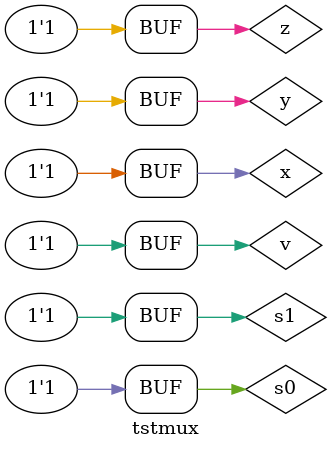
<source format=v>
  module mux_4x1 ( x,y,z,v,s1,s0,f) ;
	  input x,y,z,v,s1,s0;
	  output f;
	  wire w0,w1,w2,w3,w4,w5;
	 not #3ns gate1(w0,s0);
	  not #3ns gate2(w1,s1);   
	  and #7ns gate3(w2,x,w0,w1);	
	  and #7ns gate4(w3,y,s0,w1);
	  and #7ns gate5(w4,z,w0,s1);
	  and #7ns gate6(w5,v,s0,s1); 
	  or #7ns gate7(f,w2,w3,w4,w5);	
	  endmodule
	  
	  			
	  module tstmux();
		  reg x,y,z,v,s1,s0;
		  wire f;	 
		  
		  mux_4x1 mux(x,y,z,v,s1,s0,f);
		  initial 
			  begin 
				 {x,y,z,v,s1,s0}= 6'b000000;  
				 repeat (63)
				 
				  	#100ns  {x,y,z,v,s1,s0} = {x,y,z,v,s1,s0} + 6'b000001;
				  
				  
			 	  end
		  endmodule
		  
		  
			 
			
</source>
